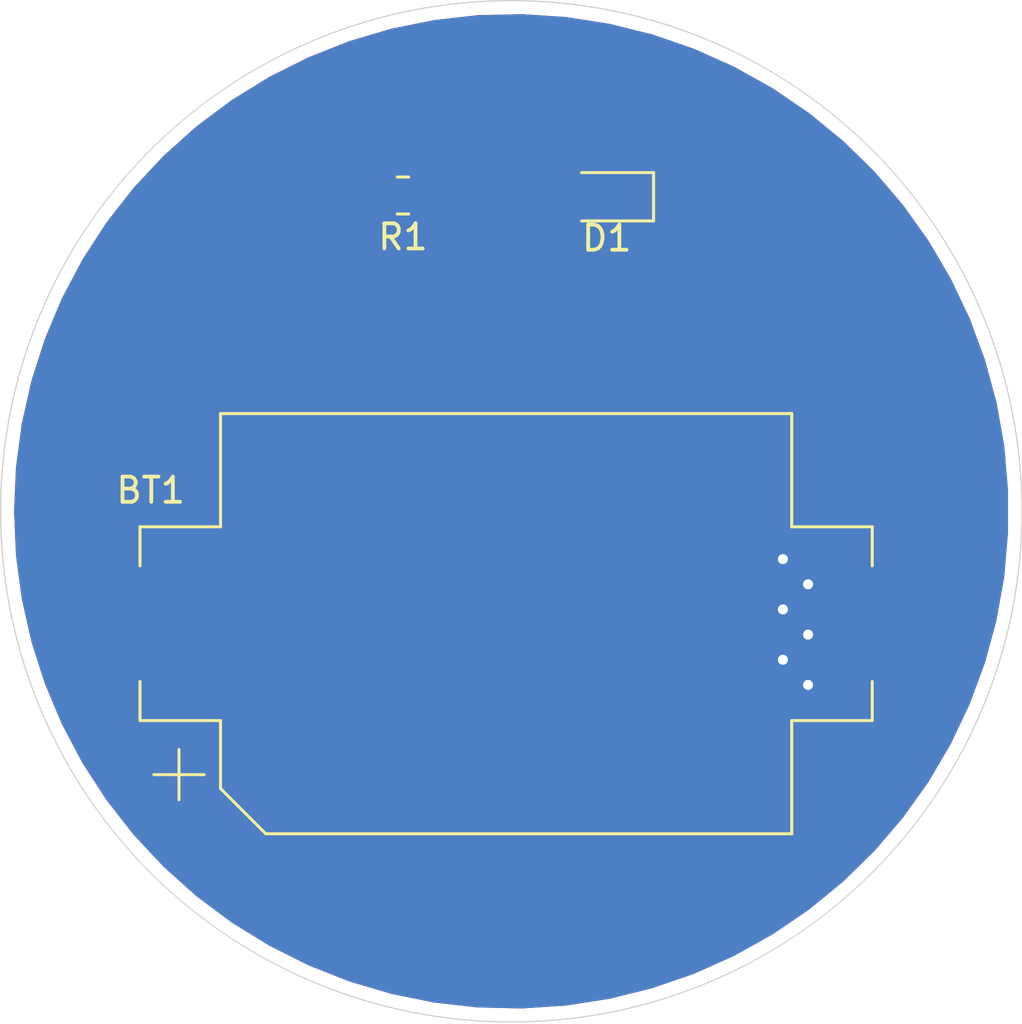
<source format=kicad_pcb>
(kicad_pcb (version 20171130) (host pcbnew "(5.1.9-0-10_14)")

  (general
    (thickness 1.6)
    (drawings 1)
    (tracks 14)
    (zones 0)
    (modules 3)
    (nets 4)
  )

  (page A4)
  (layers
    (0 F.Cu signal)
    (31 B.Cu signal)
    (32 B.Adhes user)
    (33 F.Adhes user)
    (34 B.Paste user)
    (35 F.Paste user)
    (36 B.SilkS user)
    (37 F.SilkS user)
    (38 B.Mask user)
    (39 F.Mask user)
    (40 Dwgs.User user)
    (41 Cmts.User user)
    (42 Eco1.User user)
    (43 Eco2.User user)
    (44 Edge.Cuts user)
    (45 Margin user)
    (46 B.CrtYd user)
    (47 F.CrtYd user)
    (48 B.Fab user)
    (49 F.Fab user)
  )

  (setup
    (last_trace_width 0.25)
    (trace_clearance 0.2)
    (zone_clearance 0.508)
    (zone_45_only no)
    (trace_min 0.2)
    (via_size 0.8)
    (via_drill 0.4)
    (via_min_size 0.4)
    (via_min_drill 0.3)
    (uvia_size 0.3)
    (uvia_drill 0.1)
    (uvias_allowed no)
    (uvia_min_size 0.2)
    (uvia_min_drill 0.1)
    (edge_width 0.05)
    (segment_width 0.2)
    (pcb_text_width 0.3)
    (pcb_text_size 1.5 1.5)
    (mod_edge_width 0.12)
    (mod_text_size 1 1)
    (mod_text_width 0.15)
    (pad_size 1.524 1.524)
    (pad_drill 0.762)
    (pad_to_mask_clearance 0)
    (aux_axis_origin 0 0)
    (visible_elements FFFFFF7F)
    (pcbplotparams
      (layerselection 0x010fc_ffffffff)
      (usegerberextensions false)
      (usegerberattributes true)
      (usegerberadvancedattributes true)
      (creategerberjobfile true)
      (excludeedgelayer true)
      (linewidth 0.100000)
      (plotframeref false)
      (viasonmask false)
      (mode 1)
      (useauxorigin false)
      (hpglpennumber 1)
      (hpglpenspeed 20)
      (hpglpendiameter 15.000000)
      (psnegative false)
      (psa4output false)
      (plotreference true)
      (plotvalue true)
      (plotinvisibletext false)
      (padsonsilk false)
      (subtractmaskfromsilk false)
      (outputformat 1)
      (mirror false)
      (drillshape 1)
      (scaleselection 1)
      (outputdirectory ""))
  )

  (net 0 "")
  (net 1 "Net-(D1-Pad2)")
  (net 2 VCC)
  (net 3 GND)

  (net_class Default "This is the default net class."
    (clearance 0.2)
    (trace_width 0.25)
    (via_dia 0.8)
    (via_drill 0.4)
    (uvia_dia 0.3)
    (uvia_drill 0.1)
    (add_net GND)
    (add_net "Net-(D1-Pad2)")
    (add_net VCC)
  )

  (module LCSC_Parts:BatteryHolder_2032 (layer F.Cu) (tedit 606D9F86) (tstamp 606DF44E)
    (at 184 102.55 180)
    (descr http://www.keyelco.com/product-pdf.cfm?p=726)
    (tags "CR2032 BR2032 BatteryHolder Battery")
    (path /606D985D)
    (attr smd)
    (fp_text reference BT1 (at 14.125 4.284 180) (layer F.SilkS)
      (effects (font (size 1 1) (thickness 0.15)))
    )
    (fp_text value Battery_Cell (at 0 10.734 180) (layer F.Fab)
      (effects (font (size 1 1) (thickness 0.15)))
    )
    (fp_line (start 12 -7.016) (end 14 -7.016) (layer F.SilkS) (width 0.12))
    (fp_line (start 13 -6.016) (end 13 -8.016) (layer F.SilkS) (width 0.12))
    (fp_line (start -11.5 7.484) (end -6.5 7.484) (layer F.CrtYd) (width 0.05))
    (fp_line (start -11.5 -5.016) (end -11.5 -9.516) (layer F.CrtYd) (width 0.05))
    (fp_line (start -14.7 -5.016) (end -11.5 -5.016) (layer F.CrtYd) (width 0.05))
    (fp_line (start -14.7 -3.316) (end -14.7 -5.016) (layer F.CrtYd) (width 0.05))
    (fp_line (start -16.45 -3.316) (end -14.7 -3.316) (layer F.CrtYd) (width 0.05))
    (fp_line (start -16.45 1.284) (end -16.45 -3.316) (layer F.CrtYd) (width 0.05))
    (fp_line (start -14.7 1.284) (end -16.45 1.284) (layer F.CrtYd) (width 0.05))
    (fp_line (start -14.7 2.984) (end -14.7 1.284) (layer F.CrtYd) (width 0.05))
    (fp_line (start -11.5 2.984) (end -14.7 2.984) (layer F.CrtYd) (width 0.05))
    (fp_line (start -11.5 7.484) (end -11.5 2.984) (layer F.CrtYd) (width 0.05))
    (fp_line (start 11.5 7.484) (end 6.5 7.484) (layer F.CrtYd) (width 0.05))
    (fp_line (start 11.5 2.984) (end 11.5 7.484) (layer F.CrtYd) (width 0.05))
    (fp_line (start 14.7 2.984) (end 11.5 2.984) (layer F.CrtYd) (width 0.05))
    (fp_line (start 14.7 1.284) (end 14.7 2.984) (layer F.CrtYd) (width 0.05))
    (fp_line (start 14.7 1.284) (end 16.45 1.284) (layer F.CrtYd) (width 0.05))
    (fp_line (start 16.45 -3.316) (end 16.45 1.284) (layer F.CrtYd) (width 0.05))
    (fp_line (start 14.7 -3.316) (end 16.45 -3.316) (layer F.CrtYd) (width 0.05))
    (fp_line (start 14.7 -5.016) (end 14.7 -3.316) (layer F.CrtYd) (width 0.05))
    (fp_line (start 14.7 -5.016) (end 11.5 -5.016) (layer F.CrtYd) (width 0.05))
    (fp_line (start 11.5 -5.016) (end 11.5 -9.516) (layer F.CrtYd) (width 0.05))
    (fp_line (start 6.5 -9.516) (end 11.5 -9.516) (layer F.CrtYd) (width 0.05))
    (fp_line (start -11.5 -9.516) (end -6.5 -9.516) (layer F.CrtYd) (width 0.05))
    (fp_line (start -11.35 7.334) (end -11.35 2.834) (layer F.SilkS) (width 0.12))
    (fp_line (start 11.35 7.334) (end 11.35 2.834) (layer F.SilkS) (width 0.12))
    (fp_line (start 11.35 7.334) (end -11.35 7.334) (layer F.SilkS) (width 0.12))
    (fp_line (start -14.55 2.834) (end -14.55 1.284) (layer F.SilkS) (width 0.12))
    (fp_line (start -11.35 2.834) (end -14.55 2.834) (layer F.SilkS) (width 0.12))
    (fp_line (start 14.55 2.834) (end 14.55 1.284) (layer F.SilkS) (width 0.12))
    (fp_line (start 11.35 2.834) (end 14.55 2.834) (layer F.SilkS) (width 0.12))
    (fp_line (start 14.55 -4.866) (end 14.55 -3.316) (layer F.SilkS) (width 0.12))
    (fp_line (start 11.35 -4.866) (end 14.55 -4.866) (layer F.SilkS) (width 0.12))
    (fp_line (start 9.55 -9.366) (end 11.35 -7.566) (layer F.SilkS) (width 0.12))
    (fp_line (start 11.35 -7.566) (end 11.35 -4.866) (layer F.SilkS) (width 0.12))
    (fp_line (start -11.35 -9.366) (end 9.55 -9.366) (layer F.SilkS) (width 0.12))
    (fp_line (start -11.35 -9.366) (end -11.35 -4.866) (layer F.SilkS) (width 0.12))
    (fp_line (start -14.55 -4.866) (end -14.55 -3.316) (layer F.SilkS) (width 0.12))
    (fp_line (start -11.35 -4.866) (end -14.55 -4.866) (layer F.SilkS) (width 0.12))
    (fp_line (start 9.4 -9.016) (end 11 -7.416) (layer F.Fab) (width 0.1))
    (fp_line (start -14.2 2.484) (end -11 2.484) (layer F.Fab) (width 0.1))
    (fp_line (start -14.2 -4.516) (end -14.2 2.484) (layer F.Fab) (width 0.1))
    (fp_line (start -11 -4.516) (end -14.2 -4.516) (layer F.Fab) (width 0.1))
    (fp_line (start 14.2 2.484) (end 11 2.484) (layer F.Fab) (width 0.1))
    (fp_line (start 14.2 -4.516) (end 14.2 2.484) (layer F.Fab) (width 0.1))
    (fp_line (start 11 -4.516) (end 14.2 -4.516) (layer F.Fab) (width 0.1))
    (fp_line (start 11 -7.416) (end 11 -4.516) (layer F.Fab) (width 0.1))
    (fp_line (start 11 6.984) (end 11 2.484) (layer F.Fab) (width 0.1))
    (fp_line (start -11 6.984) (end -11 2.484) (layer F.Fab) (width 0.1))
    (fp_line (start -11 -9.016) (end -11 -4.516) (layer F.Fab) (width 0.1))
    (fp_line (start -11 6.984) (end 11 6.984) (layer F.Fab) (width 0.1))
    (fp_line (start -11 -9.016) (end 9.4 -9.016) (layer F.Fab) (width 0.1))
    (fp_circle (center 0 -1.016) (end 10.2 -1.016) (layer Dwgs.User) (width 0.3))
    (fp_text user %R (at 0 -1.016 180) (layer F.Fab)
      (effects (font (size 1 1) (thickness 0.15)))
    )
    (fp_arc (start 0 -1.016) (end -6.5 7.484) (angle -74.81070976) (layer F.CrtYd) (width 0.05))
    (fp_arc (start 0 -1.016) (end 6.5 -9.516) (angle -74.81070976) (layer F.CrtYd) (width 0.05))
    (pad 1 smd rect (at 14.65 -1.016 180) (size 2.6 3.6) (layers F.Cu F.Paste F.Mask)
      (net 2 VCC))
    (pad 2 smd rect (at -14.65 -1.016 180) (size 2.6 3.6) (layers F.Cu F.Paste F.Mask)
      (net 3 GND))
    (model ${KISYS3DMOD}/Battery.3dshapes/BatteryHolder_Keystone_1060_1x2032.wrl
      (at (xyz 0 0 0))
      (scale (xyz 1 1 1))
      (rotate (xyz 0 0 0))
    )
  )

  (module Resistor_SMD:R_0805_2012Metric_Pad1.20x1.40mm_HandSolder (layer F.Cu) (tedit 5F68FEEE) (tstamp 606DF472)
    (at 179.9 86.55 180)
    (descr "Resistor SMD 0805 (2012 Metric), square (rectangular) end terminal, IPC_7351 nominal with elongated pad for handsoldering. (Body size source: IPC-SM-782 page 72, https://www.pcb-3d.com/wordpress/wp-content/uploads/ipc-sm-782a_amendment_1_and_2.pdf), generated with kicad-footprint-generator")
    (tags "resistor handsolder")
    (path /606DA6A2)
    (attr smd)
    (fp_text reference R1 (at 0 -1.65) (layer F.SilkS)
      (effects (font (size 1 1) (thickness 0.15)))
    )
    (fp_text value 1k (at 0 1.65) (layer F.Fab)
      (effects (font (size 1 1) (thickness 0.15)))
    )
    (fp_line (start -1 0.625) (end -1 -0.625) (layer F.Fab) (width 0.1))
    (fp_line (start -1 -0.625) (end 1 -0.625) (layer F.Fab) (width 0.1))
    (fp_line (start 1 -0.625) (end 1 0.625) (layer F.Fab) (width 0.1))
    (fp_line (start 1 0.625) (end -1 0.625) (layer F.Fab) (width 0.1))
    (fp_line (start -0.227064 -0.735) (end 0.227064 -0.735) (layer F.SilkS) (width 0.12))
    (fp_line (start -0.227064 0.735) (end 0.227064 0.735) (layer F.SilkS) (width 0.12))
    (fp_line (start -1.85 0.95) (end -1.85 -0.95) (layer F.CrtYd) (width 0.05))
    (fp_line (start -1.85 -0.95) (end 1.85 -0.95) (layer F.CrtYd) (width 0.05))
    (fp_line (start 1.85 -0.95) (end 1.85 0.95) (layer F.CrtYd) (width 0.05))
    (fp_line (start 1.85 0.95) (end -1.85 0.95) (layer F.CrtYd) (width 0.05))
    (fp_text user %R (at 0.05 -0.1) (layer F.Fab)
      (effects (font (size 0.5 0.5) (thickness 0.08)))
    )
    (pad 2 smd roundrect (at 1 0 180) (size 1.2 1.4) (layers F.Cu F.Paste F.Mask) (roundrect_rratio 0.208333)
      (net 2 VCC))
    (pad 1 smd roundrect (at -1 0 180) (size 1.2 1.4) (layers F.Cu F.Paste F.Mask) (roundrect_rratio 0.208333)
      (net 1 "Net-(D1-Pad2)"))
    (model ${KISYS3DMOD}/Resistor_SMD.3dshapes/R_0805_2012Metric.wrl
      (at (xyz 0 0 0))
      (scale (xyz 1 1 1))
      (rotate (xyz 0 0 0))
    )
  )

  (module LED_SMD:LED_0805_2012Metric_Pad1.15x1.40mm_HandSolder (layer F.Cu) (tedit 5F68FEF1) (tstamp 606DF554)
    (at 188 86.6 180)
    (descr "LED SMD 0805 (2012 Metric), square (rectangular) end terminal, IPC_7351 nominal, (Body size source: https://docs.google.com/spreadsheets/d/1BsfQQcO9C6DZCsRaXUlFlo91Tg2WpOkGARC1WS5S8t0/edit?usp=sharing), generated with kicad-footprint-generator")
    (tags "LED handsolder")
    (path /606DB643)
    (attr smd)
    (fp_text reference D1 (at 0 -1.65) (layer F.SilkS)
      (effects (font (size 1 1) (thickness 0.15)))
    )
    (fp_text value LED (at 0 1.65) (layer F.Fab)
      (effects (font (size 1 1) (thickness 0.15)))
    )
    (fp_line (start 1 -0.6) (end -0.7 -0.6) (layer F.Fab) (width 0.1))
    (fp_line (start -0.7 -0.6) (end -1 -0.3) (layer F.Fab) (width 0.1))
    (fp_line (start -1 -0.3) (end -1 0.6) (layer F.Fab) (width 0.1))
    (fp_line (start -1 0.6) (end 1 0.6) (layer F.Fab) (width 0.1))
    (fp_line (start 1 0.6) (end 1 -0.6) (layer F.Fab) (width 0.1))
    (fp_line (start 1 -0.96) (end -1.86 -0.96) (layer F.SilkS) (width 0.12))
    (fp_line (start -1.86 -0.96) (end -1.86 0.96) (layer F.SilkS) (width 0.12))
    (fp_line (start -1.86 0.96) (end 1 0.96) (layer F.SilkS) (width 0.12))
    (fp_line (start -1.85 0.95) (end -1.85 -0.95) (layer F.CrtYd) (width 0.05))
    (fp_line (start -1.85 -0.95) (end 1.85 -0.95) (layer F.CrtYd) (width 0.05))
    (fp_line (start 1.85 -0.95) (end 1.85 0.95) (layer F.CrtYd) (width 0.05))
    (fp_line (start 1.85 0.95) (end -1.85 0.95) (layer F.CrtYd) (width 0.05))
    (fp_text user %R (at 0 0) (layer F.Fab)
      (effects (font (size 0.5 0.5) (thickness 0.08)))
    )
    (pad 2 smd roundrect (at 1.025 0 180) (size 1.15 1.4) (layers F.Cu F.Paste F.Mask) (roundrect_rratio 0.217391)
      (net 1 "Net-(D1-Pad2)"))
    (pad 1 smd roundrect (at -1.025 0 180) (size 1.15 1.4) (layers F.Cu F.Paste F.Mask) (roundrect_rratio 0.217391)
      (net 3 GND))
    (model ${KISYS3DMOD}/LED_SMD.3dshapes/LED_0805_2012Metric.wrl
      (at (xyz 0 0 0))
      (scale (xyz 1 1 1))
      (rotate (xyz 0 0 0))
    )
  )

  (gr_circle (center 184.205913 99.1) (end 198.505913 84.7) (layer Edge.Cuts) (width 0.05))

  (segment (start 193.4 86.6) (end 198.68 91.88) (width 0.25) (layer F.Cu) (net 3))
  (segment (start 198.68 91.88) (end 198.68 102.55) (width 0.25) (layer F.Cu) (net 3))
  (segment (start 189.025 86.6) (end 193.4 86.6) (width 0.25) (layer F.Cu) (net 3))
  (segment (start 174.65 86.55) (end 178.9 86.55) (width 0.25) (layer F.Cu) (net 2))
  (segment (start 169.32 91.88) (end 174.65 86.55) (width 0.25) (layer F.Cu) (net 2))
  (segment (start 169.32 102.55) (end 169.32 91.88) (width 0.25) (layer F.Cu) (net 2))
  (segment (start 180.95 86.6) (end 180.9 86.55) (width 0.25) (layer F.Cu) (net 1))
  (segment (start 186.975 86.6) (end 180.95 86.6) (width 0.25) (layer F.Cu) (net 1))
  (via (at 195 101) (size 0.8) (drill 0.4) (layers F.Cu B.Cu) (net 3))
  (via (at 196 102) (size 0.8) (drill 0.4) (layers F.Cu B.Cu) (net 3))
  (via (at 195 103) (size 0.8) (drill 0.4) (layers F.Cu B.Cu) (net 3))
  (via (at 196 104) (size 0.8) (drill 0.4) (layers F.Cu B.Cu) (net 3))
  (via (at 195 105) (size 0.8) (drill 0.4) (layers F.Cu B.Cu) (net 3))
  (via (at 196 106) (size 0.8) (drill 0.4) (layers F.Cu B.Cu) (net 3))

  (zone (net 3) (net_name GND) (layer F.Cu) (tstamp 0) (hatch edge 0.508)
    (connect_pads (clearance 0.508))
    (min_thickness 0.254)
    (fill yes (arc_segments 32) (thermal_gap 0.508) (thermal_bridge_width 0.508))
    (polygon
      (pts
        (xy 203.85 89.55) (xy 203.85 108.35) (xy 192 119.35) (xy 174.2 119.35) (xy 164.05 105.1)
        (xy 164.148931 89.271086) (xy 176.9 79.1) (xy 193 79.1)
      )
    )
    (polygon
      (pts
        (xy 164.148931 89.271086) (xy 164.05 89.35) (xy 164.15 89.1)
      )
    )
    (filled_polygon
      (pts
        (xy 186.373398 79.585917) (xy 188.089573 79.853842) (xy 189.775353 80.272394) (xy 191.417545 80.838298) (xy 193.003296 81.547124)
        (xy 194.520195 82.393325) (xy 195.956371 83.370278) (xy 197.300584 84.470338) (xy 198.542313 85.684895) (xy 199.671841 87.004443)
        (xy 200.680326 88.418656) (xy 201.559877 89.916464) (xy 202.30361 91.486146) (xy 202.905704 93.115417) (xy 203.361446 94.791525)
        (xy 203.667271 96.501353) (xy 203.723 97.129446) (xy 203.723 101.070554) (xy 203.667271 101.698647) (xy 203.361446 103.408475)
        (xy 202.905704 105.084583) (xy 202.30361 106.713854) (xy 201.559877 108.283536) (xy 200.680326 109.781344) (xy 199.671841 111.195557)
        (xy 198.542313 112.515105) (xy 197.300584 113.729662) (xy 195.956371 114.829722) (xy 194.520195 115.806675) (xy 193.003296 116.652876)
        (xy 191.417545 117.361702) (xy 189.775353 117.927606) (xy 188.089573 118.346158) (xy 186.373398 118.614083) (xy 184.64026 118.729283)
        (xy 182.903722 118.690858) (xy 181.177376 118.499108) (xy 179.474732 118.155533) (xy 177.809116 117.662823) (xy 176.193563 117.024834)
        (xy 174.640719 116.246558) (xy 173.162734 115.334088) (xy 171.771178 114.294564) (xy 170.47694 113.136122) (xy 169.29015 111.867828)
        (xy 168.220096 110.499608) (xy 167.275153 109.042171) (xy 166.462716 107.506923) (xy 165.789143 105.90588) (xy 165.259707 104.251571)
        (xy 164.87855 102.556945) (xy 164.772937 101.766) (xy 167.411928 101.766) (xy 167.411928 105.366) (xy 167.424188 105.490482)
        (xy 167.460498 105.61018) (xy 167.519463 105.720494) (xy 167.598815 105.817185) (xy 167.695506 105.896537) (xy 167.80582 105.955502)
        (xy 167.925518 105.991812) (xy 168.05 106.004072) (xy 170.65 106.004072) (xy 170.774482 105.991812) (xy 170.89418 105.955502)
        (xy 171.004494 105.896537) (xy 171.101185 105.817185) (xy 171.180537 105.720494) (xy 171.239502 105.61018) (xy 171.275812 105.490482)
        (xy 171.288072 105.366) (xy 196.711928 105.366) (xy 196.724188 105.490482) (xy 196.760498 105.61018) (xy 196.819463 105.720494)
        (xy 196.898815 105.817185) (xy 196.995506 105.896537) (xy 197.10582 105.955502) (xy 197.225518 105.991812) (xy 197.35 106.004072)
        (xy 198.36425 106.001) (xy 198.523 105.84225) (xy 198.523 103.693) (xy 198.777 103.693) (xy 198.777 105.84225)
        (xy 198.93575 106.001) (xy 199.95 106.004072) (xy 200.074482 105.991812) (xy 200.19418 105.955502) (xy 200.304494 105.896537)
        (xy 200.401185 105.817185) (xy 200.480537 105.720494) (xy 200.539502 105.61018) (xy 200.575812 105.490482) (xy 200.588072 105.366)
        (xy 200.585 103.85175) (xy 200.42625 103.693) (xy 198.777 103.693) (xy 198.523 103.693) (xy 196.87375 103.693)
        (xy 196.715 103.85175) (xy 196.711928 105.366) (xy 171.288072 105.366) (xy 171.288072 101.766) (xy 196.711928 101.766)
        (xy 196.715 103.28025) (xy 196.87375 103.439) (xy 198.523 103.439) (xy 198.523 101.28975) (xy 198.777 101.28975)
        (xy 198.777 103.439) (xy 200.42625 103.439) (xy 200.585 103.28025) (xy 200.588072 101.766) (xy 200.575812 101.641518)
        (xy 200.539502 101.52182) (xy 200.480537 101.411506) (xy 200.401185 101.314815) (xy 200.304494 101.235463) (xy 200.19418 101.176498)
        (xy 200.074482 101.140188) (xy 199.95 101.127928) (xy 198.93575 101.131) (xy 198.777 101.28975) (xy 198.523 101.28975)
        (xy 198.36425 101.131) (xy 197.35 101.127928) (xy 197.225518 101.140188) (xy 197.10582 101.176498) (xy 196.995506 101.235463)
        (xy 196.898815 101.314815) (xy 196.819463 101.411506) (xy 196.760498 101.52182) (xy 196.724188 101.641518) (xy 196.711928 101.766)
        (xy 171.288072 101.766) (xy 171.275812 101.641518) (xy 171.239502 101.52182) (xy 171.180537 101.411506) (xy 171.101185 101.314815)
        (xy 171.004494 101.235463) (xy 170.89418 101.176498) (xy 170.774482 101.140188) (xy 170.65 101.127928) (xy 170.08 101.127928)
        (xy 170.08 92.194801) (xy 174.964802 87.31) (xy 177.720473 87.31) (xy 177.729528 87.339851) (xy 177.811595 87.493387)
        (xy 177.922038 87.627962) (xy 178.056613 87.738405) (xy 178.210149 87.820472) (xy 178.376745 87.871008) (xy 178.549999 87.888072)
        (xy 179.250001 87.888072) (xy 179.423255 87.871008) (xy 179.589851 87.820472) (xy 179.743387 87.738405) (xy 179.877962 87.627962)
        (xy 179.9 87.601109) (xy 179.922038 87.627962) (xy 180.056613 87.738405) (xy 180.210149 87.820472) (xy 180.376745 87.871008)
        (xy 180.549999 87.888072) (xy 181.250001 87.888072) (xy 181.423255 87.871008) (xy 181.589851 87.820472) (xy 181.743387 87.738405)
        (xy 181.877962 87.627962) (xy 181.988405 87.493387) (xy 182.059702 87.36) (xy 185.820473 87.36) (xy 185.829528 87.389851)
        (xy 185.911595 87.543387) (xy 186.022038 87.677962) (xy 186.156613 87.788405) (xy 186.310149 87.870472) (xy 186.476745 87.921008)
        (xy 186.649999 87.938072) (xy 187.300001 87.938072) (xy 187.473255 87.921008) (xy 187.639851 87.870472) (xy 187.793387 87.788405)
        (xy 187.927962 87.677962) (xy 187.933342 87.671406) (xy 187.998815 87.751185) (xy 188.095506 87.830537) (xy 188.20582 87.889502)
        (xy 188.325518 87.925812) (xy 188.45 87.938072) (xy 188.73925 87.935) (xy 188.898 87.77625) (xy 188.898 86.727)
        (xy 189.152 86.727) (xy 189.152 87.77625) (xy 189.31075 87.935) (xy 189.6 87.938072) (xy 189.724482 87.925812)
        (xy 189.84418 87.889502) (xy 189.954494 87.830537) (xy 190.051185 87.751185) (xy 190.130537 87.654494) (xy 190.189502 87.54418)
        (xy 190.225812 87.424482) (xy 190.238072 87.3) (xy 190.235 86.88575) (xy 190.07625 86.727) (xy 189.152 86.727)
        (xy 188.898 86.727) (xy 188.878 86.727) (xy 188.878 86.473) (xy 188.898 86.473) (xy 188.898 85.42375)
        (xy 189.152 85.42375) (xy 189.152 86.473) (xy 190.07625 86.473) (xy 190.235 86.31425) (xy 190.238072 85.9)
        (xy 190.225812 85.775518) (xy 190.189502 85.65582) (xy 190.130537 85.545506) (xy 190.051185 85.448815) (xy 189.954494 85.369463)
        (xy 189.84418 85.310498) (xy 189.724482 85.274188) (xy 189.6 85.261928) (xy 189.31075 85.265) (xy 189.152 85.42375)
        (xy 188.898 85.42375) (xy 188.73925 85.265) (xy 188.45 85.261928) (xy 188.325518 85.274188) (xy 188.20582 85.310498)
        (xy 188.095506 85.369463) (xy 187.998815 85.448815) (xy 187.933342 85.528594) (xy 187.927962 85.522038) (xy 187.793387 85.411595)
        (xy 187.639851 85.329528) (xy 187.473255 85.278992) (xy 187.300001 85.261928) (xy 186.649999 85.261928) (xy 186.476745 85.278992)
        (xy 186.310149 85.329528) (xy 186.156613 85.411595) (xy 186.022038 85.522038) (xy 185.911595 85.656613) (xy 185.829528 85.810149)
        (xy 185.820473 85.84) (xy 182.094694 85.84) (xy 182.070472 85.760149) (xy 181.988405 85.606613) (xy 181.877962 85.472038)
        (xy 181.743387 85.361595) (xy 181.589851 85.279528) (xy 181.423255 85.228992) (xy 181.250001 85.211928) (xy 180.549999 85.211928)
        (xy 180.376745 85.228992) (xy 180.210149 85.279528) (xy 180.056613 85.361595) (xy 179.922038 85.472038) (xy 179.9 85.498891)
        (xy 179.877962 85.472038) (xy 179.743387 85.361595) (xy 179.589851 85.279528) (xy 179.423255 85.228992) (xy 179.250001 85.211928)
        (xy 178.549999 85.211928) (xy 178.376745 85.228992) (xy 178.210149 85.279528) (xy 178.056613 85.361595) (xy 177.922038 85.472038)
        (xy 177.811595 85.606613) (xy 177.729528 85.760149) (xy 177.720473 85.79) (xy 174.687322 85.79) (xy 174.649999 85.786324)
        (xy 174.612676 85.79) (xy 174.612667 85.79) (xy 174.501014 85.800997) (xy 174.357753 85.844454) (xy 174.225724 85.915026)
        (xy 174.109999 86.009999) (xy 174.086201 86.038997) (xy 168.808998 91.316201) (xy 168.78 91.339999) (xy 168.756202 91.368997)
        (xy 168.756201 91.368998) (xy 168.685026 91.455724) (xy 168.614454 91.587754) (xy 168.570998 91.731015) (xy 168.556324 91.88)
        (xy 168.560001 91.917332) (xy 168.56 101.127928) (xy 168.05 101.127928) (xy 167.925518 101.140188) (xy 167.80582 101.176498)
        (xy 167.695506 101.235463) (xy 167.598815 101.314815) (xy 167.519463 101.411506) (xy 167.460498 101.52182) (xy 167.424188 101.641518)
        (xy 167.411928 101.766) (xy 164.772937 101.766) (xy 164.648657 100.835263) (xy 164.571825 99.1) (xy 164.648657 97.364737)
        (xy 164.87855 95.643055) (xy 165.259707 93.948429) (xy 165.789143 92.29412) (xy 166.462716 90.693077) (xy 167.275153 89.157829)
        (xy 168.220096 87.700392) (xy 169.29015 86.332172) (xy 170.47694 85.063878) (xy 171.771178 83.905436) (xy 173.162734 82.865912)
        (xy 174.640719 81.953442) (xy 176.193563 81.175166) (xy 177.809116 80.537177) (xy 179.474732 80.044467) (xy 181.177376 79.700892)
        (xy 182.903722 79.509142) (xy 184.64026 79.470717)
      )
    )
  )
  (zone (net 3) (net_name GND) (layer B.Cu) (tstamp 606DA40F) (hatch edge 0.508)
    (connect_pads (clearance 0.508))
    (min_thickness 0.254)
    (fill yes (arc_segments 32) (thermal_gap 0.508) (thermal_bridge_width 0.508))
    (polygon
      (pts
        (xy 203.972199 89.690997) (xy 203.972199 108.490997) (xy 192.122199 119.490997) (xy 174.322199 119.490997) (xy 164.172199 105.240997)
        (xy 164.27113 89.412083) (xy 177.022199 79.240997) (xy 193.122199 79.240997)
      )
    )
    (polygon
      (pts
        (xy 164.27113 89.412083) (xy 164.172199 89.490997) (xy 164.272199 89.240997)
      )
    )
    (filled_polygon
      (pts
        (xy 186.373398 79.585917) (xy 188.089573 79.853842) (xy 189.775353 80.272394) (xy 191.417545 80.838298) (xy 193.003296 81.547124)
        (xy 194.520195 82.393325) (xy 195.956371 83.370278) (xy 197.300584 84.470338) (xy 198.542313 85.684895) (xy 199.671841 87.004443)
        (xy 200.680326 88.418656) (xy 201.559877 89.916464) (xy 202.30361 91.486146) (xy 202.905704 93.115417) (xy 203.361446 94.791525)
        (xy 203.667271 96.501353) (xy 203.820784 98.231519) (xy 203.820784 99.968481) (xy 203.667271 101.698647) (xy 203.361446 103.408475)
        (xy 202.905704 105.084583) (xy 202.30361 106.713854) (xy 201.559877 108.283536) (xy 200.680326 109.781344) (xy 199.671841 111.195557)
        (xy 198.542313 112.515105) (xy 197.300584 113.729662) (xy 195.956371 114.829722) (xy 194.520195 115.806675) (xy 193.003296 116.652876)
        (xy 191.417545 117.361702) (xy 189.775353 117.927606) (xy 188.089573 118.346158) (xy 186.373398 118.614083) (xy 184.64026 118.729283)
        (xy 182.903722 118.690858) (xy 181.177376 118.499108) (xy 179.474732 118.155533) (xy 177.809116 117.662823) (xy 176.193563 117.024834)
        (xy 174.640719 116.246558) (xy 173.162734 115.334088) (xy 171.771178 114.294564) (xy 170.47694 113.136122) (xy 169.29015 111.867828)
        (xy 168.220096 110.499608) (xy 167.275153 109.042171) (xy 166.462716 107.506923) (xy 165.789143 105.90588) (xy 165.259707 104.251571)
        (xy 164.87855 102.556945) (xy 164.648657 100.835263) (xy 164.571825 99.1) (xy 164.648657 97.364737) (xy 164.87855 95.643055)
        (xy 165.259707 93.948429) (xy 165.789143 92.29412) (xy 166.462716 90.693077) (xy 167.275153 89.157829) (xy 168.220096 87.700392)
        (xy 169.29015 86.332172) (xy 170.47694 85.063878) (xy 171.771178 83.905436) (xy 173.162734 82.865912) (xy 174.640719 81.953442)
        (xy 176.193563 81.175166) (xy 177.809116 80.537177) (xy 179.474732 80.044467) (xy 181.177376 79.700892) (xy 182.903722 79.509142)
        (xy 184.64026 79.470717)
      )
    )
  )
)

</source>
